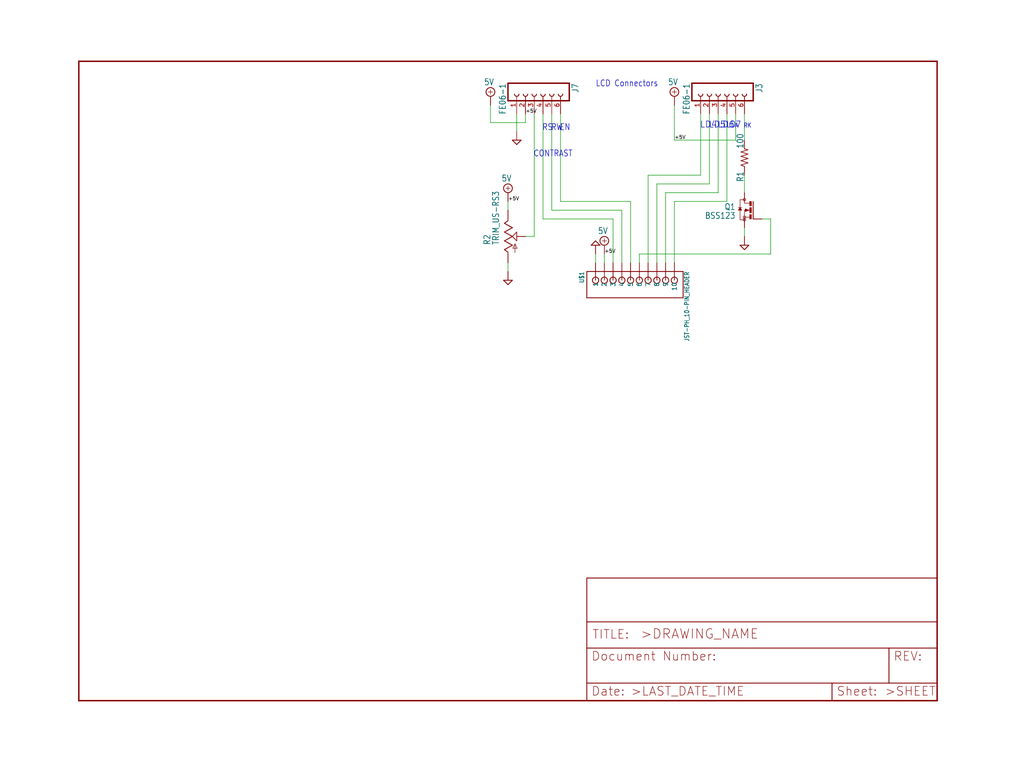
<source format=kicad_sch>
(kicad_sch (version 20211123) (generator eeschema)
  (paper "User" 297.002 223.926)
  (lib_symbols
    (symbol "weaver_LCD-eagle-import:+5V" (power)
      (property "Value" "+5V" (at -1.905 3.175 0))
      (symbol "+5V_1_0"
        (polyline (pts (xy -0.635 1.27) (xy 0.635 1.27)) (stroke (width 0.1524)))
        (polyline (pts (xy 0 0.635) (xy 0 1.905)) (stroke (width 0.1524)))
        (circle (center 0 1.27) (radius 1.27) (stroke (width 0.254)))
        (pin power_in line (at 0 -2.54 90) (length 2.54) (name "+5V") (number "1"))
      )
    )
    (symbol "weaver_LCD-eagle-import:BSS123"
      (property "Reference" "Q" (at 2.54 0 0))
      (property "Value" "BSS123" (at 2.54 -2.54 0))
      (symbol "BSS123_1_0"
        (rectangle (start -2.032 -2.54) (end -1.524 -1.27) (fill (type outline)))
        (rectangle (start -2.032 -0.762) (end -1.524 0.762) (fill (type outline)))
        (rectangle (start -2.032 1.27) (end -1.524 2.54) (fill (type outline)))
        (circle (center 0 -2.794) (radius 0.3592))
        (circle (center 0 -2.032) (radius 0.3592))
        (polyline (pts (xy -2.54 2.54) (xy -2.54 -2.54)) (stroke (width 0.254)))
        (polyline (pts (xy -1.524 -2.032) (xy 0 -2.032)) (stroke (width 0.1524)))
        (polyline (pts (xy -1.524 0) (xy -1.27 0)) (stroke (width 0.1524)))
        (polyline (pts (xy -1.524 2.032) (xy 0 2.032)) (stroke (width 0.1524)))
        (polyline (pts (xy -1.27 0) (xy -1.016 0)) (stroke (width 0.1524)))
        (polyline (pts (xy -1.27 0) (xy -0.254 0.381)) (stroke (width 0.1524)))
        (polyline (pts (xy -1.016 0) (xy -0.889 0)) (stroke (width 0.1524)))
        (polyline (pts (xy -1.016 0) (xy -0.381 -0.254)) (stroke (width 0.254)))
        (polyline (pts (xy -0.889 0) (xy 0 0)) (stroke (width 0.1524)))
        (polyline (pts (xy -0.381 -0.254) (xy -0.381 0.254)) (stroke (width 0.254)))
        (polyline (pts (xy -0.381 0.254) (xy -0.889 0)) (stroke (width 0.254)))
        (polyline (pts (xy -0.254 -0.381) (xy -1.27 0)) (stroke (width 0.1524)))
        (polyline (pts (xy -0.254 0.381) (xy -0.254 -0.381)) (stroke (width 0.1524)))
        (polyline (pts (xy 0 -2.032) (xy 0 -2.794)) (stroke (width 0.1524)))
        (polyline (pts (xy 0 0) (xy 0 -2.032)) (stroke (width 0.1524)))
        (polyline (pts (xy 0 2.032) (xy 0 2.54)) (stroke (width 0.1524)))
        (polyline (pts (xy 0 3.048) (xy 1.27 3.048)) (stroke (width 0.1524)))
        (polyline (pts (xy 0.762 0) (xy 1.27 0.762)) (stroke (width 0.1524)))
        (polyline (pts (xy 1.016 0.127) (xy 1.524 0.127)) (stroke (width 0.254)))
        (polyline (pts (xy 1.27 -2.794) (xy 0 -2.794)) (stroke (width 0.1524)))
        (polyline (pts (xy 1.27 0.508) (xy 1.016 0.127)) (stroke (width 0.254)))
        (polyline (pts (xy 1.27 0.508) (xy 1.27 -2.794)) (stroke (width 0.1524)))
        (polyline (pts (xy 1.27 0.762) (xy 1.27 0.508)) (stroke (width 0.1524)))
        (polyline (pts (xy 1.27 0.762) (xy 1.778 0)) (stroke (width 0.1524)))
        (polyline (pts (xy 1.27 3.048) (xy 1.27 0.762)) (stroke (width 0.1524)))
        (polyline (pts (xy 1.524 0.127) (xy 1.27 0.508)) (stroke (width 0.254)))
        (polyline (pts (xy 1.778 0) (xy 0.762 0)) (stroke (width 0.1524)))
        (polyline (pts (xy 1.778 0.762) (xy 0.762 0.762)) (stroke (width 0.1524)))
        (circle (center 0 3.048) (radius 0.3592))
        (pin passive line (at -5.08 -2.54 0) (length 2.54) (name "G") (number "1"))
        (pin passive line (at 0 -5.08 90) (length 2.54) (name "S") (number "2"))
        (pin passive line (at 0 5.08 270) (length 2.54) (name "D") (number "3"))
      )
    )
    (symbol "weaver_LCD-eagle-import:FE06-1"
      (property "Reference" "SV" (at -1.27 10.922 0))
      (property "Value" "FE06-1" (at -1.27 -10.16 0))
      (symbol "FE06-1_1_0"
        (polyline (pts (xy -1.27 10.16) (xy -1.27 -7.62)) (stroke (width 0.4064)))
        (polyline (pts (xy -1.27 10.16) (xy 3.81 10.16)) (stroke (width 0.4064)))
        (polyline (pts (xy 3.81 -7.62) (xy -1.27 -7.62)) (stroke (width 0.4064)))
        (polyline (pts (xy 3.81 -7.62) (xy 3.81 10.16)) (stroke (width 0.4064)))
        (arc (start 1.905 -5.715) (mid 2.54 -5.08) (end 1.905 -4.445) (stroke (width 0.254)))
        (arc (start 1.905 -3.175) (mid 2.54 -2.54) (end 1.905 -1.905) (stroke (width 0.254)))
        (arc (start 1.905 -0.635) (mid 2.54 0) (end 1.905 0.635) (stroke (width 0.254)))
        (arc (start 1.905 1.905) (mid 2.54 2.54) (end 1.905 3.175) (stroke (width 0.254)))
        (arc (start 1.905 4.445) (mid 2.54 5.08) (end 1.905 5.715) (stroke (width 0.254)))
        (arc (start 1.905 6.985) (mid 2.54 7.62) (end 1.905 8.255) (stroke (width 0.254)))
        (pin passive line (at 7.62 -5.08 180) (length 5.08) (name "1") (number "1"))
        (pin passive line (at 7.62 -2.54 180) (length 5.08) (name "2") (number "2"))
        (pin passive line (at 7.62 0 180) (length 5.08) (name "3") (number "3"))
        (pin passive line (at 7.62 2.54 180) (length 5.08) (name "4") (number "4"))
        (pin passive line (at 7.62 5.08 180) (length 5.08) (name "5") (number "5"))
        (pin passive line (at 7.62 7.62 180) (length 5.08) (name "6") (number "6"))
      )
    )
    (symbol "weaver_LCD-eagle-import:FRAME-LETTER"
      (symbol "FRAME-LETTER_1_0"
        (polyline (pts (xy 0 0) (xy 248.92 0)) (stroke (width 0.4064)))
        (polyline (pts (xy 0 185.42) (xy 0 0)) (stroke (width 0.4064)))
        (polyline (pts (xy 0 185.42) (xy 248.92 185.42)) (stroke (width 0.4064)))
        (polyline (pts (xy 248.92 185.42) (xy 248.92 0)) (stroke (width 0.4064)))
      )
      (symbol "FRAME-LETTER_2_0"
        (polyline (pts (xy 0 0) (xy 0 5.08)) (stroke (width 0.254)))
        (polyline (pts (xy 0 0) (xy 71.12 0)) (stroke (width 0.254)))
        (polyline (pts (xy 0 5.08) (xy 0 15.24)) (stroke (width 0.254)))
        (polyline (pts (xy 0 5.08) (xy 71.12 5.08)) (stroke (width 0.254)))
        (polyline (pts (xy 0 15.24) (xy 0 22.86)) (stroke (width 0.254)))
        (polyline (pts (xy 0 22.86) (xy 0 35.56)) (stroke (width 0.254)))
        (polyline (pts (xy 0 22.86) (xy 101.6 22.86)) (stroke (width 0.254)))
        (polyline (pts (xy 71.12 0) (xy 101.6 0)) (stroke (width 0.254)))
        (polyline (pts (xy 71.12 5.08) (xy 71.12 0)) (stroke (width 0.254)))
        (polyline (pts (xy 71.12 5.08) (xy 87.63 5.08)) (stroke (width 0.254)))
        (polyline (pts (xy 87.63 5.08) (xy 101.6 5.08)) (stroke (width 0.254)))
        (polyline (pts (xy 87.63 15.24) (xy 0 15.24)) (stroke (width 0.254)))
        (polyline (pts (xy 87.63 15.24) (xy 87.63 5.08)) (stroke (width 0.254)))
        (polyline (pts (xy 101.6 5.08) (xy 101.6 0)) (stroke (width 0.254)))
        (polyline (pts (xy 101.6 15.24) (xy 87.63 15.24)) (stroke (width 0.254)))
        (polyline (pts (xy 101.6 15.24) (xy 101.6 5.08)) (stroke (width 0.254)))
        (polyline (pts (xy 101.6 22.86) (xy 101.6 15.24)) (stroke (width 0.254)))
        (polyline (pts (xy 101.6 35.56) (xy 0 35.56)) (stroke (width 0.254)))
        (polyline (pts (xy 101.6 35.56) (xy 101.6 22.86)) (stroke (width 0.254)))
        (text ">DRAWING_NAME" (at 15.494 17.78 0) (effects (font (size 2.7432 2.7432)) (justify left bottom)))
        (text ">LAST_DATE_TIME" (at 12.7 1.27 0) (effects (font (size 2.54 2.54)) (justify left bottom)))
        (text ">SHEET" (at 86.36 1.27 0) (effects (font (size 2.54 2.54)) (justify left bottom)))
        (text "Date:" (at 1.27 1.27 0) (effects (font (size 2.54 2.54)) (justify left bottom)))
        (text "Document Number:" (at 1.27 11.43 0) (effects (font (size 2.54 2.54)) (justify left bottom)))
        (text "REV:" (at 88.9 11.43 0) (effects (font (size 2.54 2.54)) (justify left bottom)))
        (text "Sheet:" (at 72.39 1.27 0) (effects (font (size 2.54 2.54)) (justify left bottom)))
        (text "TITLE:" (at 1.524 17.78 0) (effects (font (size 2.54 2.54)) (justify left bottom)))
      )
    )
    (symbol "weaver_LCD-eagle-import:GND" (power)
      (property "Value" "GND" (at -1.905 -3.175 0))
      (symbol "GND_1_0"
        (polyline (pts (xy -1.27 0) (xy 1.27 0)) (stroke (width 0.254)))
        (polyline (pts (xy 0 -1.27) (xy -1.27 0)) (stroke (width 0.254)))
        (polyline (pts (xy 1.27 0) (xy 0 -1.27)) (stroke (width 0.254)))
        (pin power_in line (at 0 2.54 270) (length 2.54) (name "GND") (number "1"))
      )
    )
    (symbol "weaver_LCD-eagle-import:JST-PH_10-PIN_HEADER"
      (property "Value" "JST-PH_10-PIN_HEADER" (at -5.08 -22.098 0))
      (symbol "JST-PH_10-PIN_HEADER_1_0"
        (circle (center -2.54 -17.78) (radius 0.9158) (stroke (width 0.254)))
        (circle (center -2.54 -15.24) (radius 0.9158) (stroke (width 0.254)))
        (circle (center -2.54 -12.7) (radius 0.9158) (stroke (width 0.254)))
        (circle (center -2.54 -10.16) (radius 0.9158) (stroke (width 0.254)))
        (circle (center -2.54 -7.62) (radius 0.9158) (stroke (width 0.254)))
        (circle (center -2.54 -5.08) (radius 0.9158) (stroke (width 0.254)))
        (circle (center -2.54 -2.54) (radius 0.9158) (stroke (width 0.254)))
        (circle (center -2.54 0) (radius 0.9158) (stroke (width 0.254)))
        (circle (center -2.54 2.54) (radius 0.9158) (stroke (width 0.254)))
        (circle (center -2.54 5.08) (radius 0.9158) (stroke (width 0.254)))
        (polyline (pts (xy -5.08 -20.32) (xy -5.08 7.62)) (stroke (width 0.254)))
        (polyline (pts (xy -5.08 7.62) (xy 2.54 7.62)) (stroke (width 0.254)))
        (polyline (pts (xy 2.54 -20.32) (xy -5.08 -20.32)) (stroke (width 0.254)))
        (polyline (pts (xy 2.54 7.62) (xy 2.54 -20.32)) (stroke (width 0.254)))
        (pin bidirectional line (at -7.62 5.08 0) (length 5.08) (name "1") (number "P1"))
        (pin bidirectional line (at -7.62 -17.78 0) (length 5.08) (name "10") (number "P10"))
        (pin bidirectional line (at -7.62 2.54 0) (length 5.08) (name "2") (number "P2"))
        (pin bidirectional line (at -7.62 0 0) (length 5.08) (name "3") (number "P3"))
        (pin bidirectional line (at -7.62 -2.54 0) (length 5.08) (name "4") (number "P4"))
        (pin bidirectional line (at -7.62 -5.08 0) (length 5.08) (name "5") (number "P5"))
        (pin bidirectional line (at -7.62 -7.62 0) (length 5.08) (name "6") (number "P6"))
        (pin bidirectional line (at -7.62 -10.16 0) (length 5.08) (name "7") (number "P7"))
        (pin bidirectional line (at -7.62 -12.7 0) (length 5.08) (name "8") (number "P8"))
        (pin bidirectional line (at -7.62 -15.24 0) (length 5.08) (name "9") (number "P9"))
      )
    )
    (symbol "weaver_LCD-eagle-import:R-US_M0805"
      (property "Reference" "R" (at -3.81 1.4986 0))
      (property "Value" "R-US_M0805" (at -3.81 -3.302 0))
      (symbol "R-US_M0805_1_0"
        (polyline (pts (xy -2.54 0) (xy -2.159 1.016)) (stroke (width 0.2032)))
        (polyline (pts (xy -2.159 1.016) (xy -1.524 -1.016)) (stroke (width 0.2032)))
        (polyline (pts (xy -1.524 -1.016) (xy -0.889 1.016)) (stroke (width 0.2032)))
        (polyline (pts (xy -0.889 1.016) (xy -0.254 -1.016)) (stroke (width 0.2032)))
        (polyline (pts (xy -0.254 -1.016) (xy 0.381 1.016)) (stroke (width 0.2032)))
        (polyline (pts (xy 0.381 1.016) (xy 1.016 -1.016)) (stroke (width 0.2032)))
        (polyline (pts (xy 1.016 -1.016) (xy 1.651 1.016)) (stroke (width 0.2032)))
        (polyline (pts (xy 1.651 1.016) (xy 2.286 -1.016)) (stroke (width 0.2032)))
        (polyline (pts (xy 2.286 -1.016) (xy 2.54 0)) (stroke (width 0.2032)))
        (pin passive line (at -5.08 0 0) (length 2.54) (name "1") (number "1"))
        (pin passive line (at 5.08 0 180) (length 2.54) (name "2") (number "2"))
      )
    )
    (symbol "weaver_LCD-eagle-import:TRIM_US-RS3"
      (property "Reference" "R" (at -5.08 -2.54 90))
      (property "Value" "TRIM_US-RS3" (at -2.54 -2.54 90))
      (symbol "TRIM_US-RS3_1_0"
        (polyline (pts (xy -1.016 -3.81) (xy 1.27 -2.54)) (stroke (width 0.254)))
        (polyline (pts (xy -1.016 -1.27) (xy 1.27 0)) (stroke (width 0.254)))
        (polyline (pts (xy -1.016 1.27) (xy 1.27 2.54)) (stroke (width 0.254)))
        (polyline (pts (xy -1.016 3.81) (xy 0 4.572)) (stroke (width 0.254)))
        (polyline (pts (xy 0 -5.08) (xy 0 -4.572)) (stroke (width 0.1524)))
        (polyline (pts (xy 0 -4.572) (xy -1.016 -3.81)) (stroke (width 0.254)))
        (polyline (pts (xy 0 4.572) (xy 0 5.08)) (stroke (width 0.1524)))
        (polyline (pts (xy 1.27 -2.54) (xy -1.016 -1.27)) (stroke (width 0.254)))
        (polyline (pts (xy 1.27 0) (xy -1.016 1.27)) (stroke (width 0.254)))
        (polyline (pts (xy 1.27 0) (xy 2.54 1.27)) (stroke (width 0.2032)))
        (polyline (pts (xy 1.27 2.54) (xy -1.016 3.81)) (stroke (width 0.254)))
        (polyline (pts (xy 1.397 -3.429) (xy 2.032 -2.159)) (stroke (width 0.1524)))
        (polyline (pts (xy 2.032 -4.699) (xy 2.032 -2.159)) (stroke (width 0.1524)))
        (polyline (pts (xy 2.032 -2.159) (xy 2.667 -3.429)) (stroke (width 0.1524)))
        (polyline (pts (xy 2.54 -1.27) (xy 1.27 0)) (stroke (width 0.2032)))
        (polyline (pts (xy 2.54 1.27) (xy 2.54 -1.27)) (stroke (width 0.2032)))
        (polyline (pts (xy 2.667 -3.429) (xy 1.397 -3.429)) (stroke (width 0.1524)))
        (pin passive line (at 0 -7.62 90) (length 2.54) (name "A") (number "A"))
        (pin passive line (at 0 7.62 270) (length 2.54) (name "E") (number "E"))
        (pin passive line (at 5.08 0 180) (length 2.54) (name "S") (number "S"))
      )
    )
  )
  (wire (pts (xy 208.28 55.88) (xy 193.04 55.88)))
  (wire (pts (xy 154.94 68.58) (xy 154.94 33.02)))
  (wire (pts (xy 162.56 58.42) (xy 162.56 33.02)))
  (wire (pts (xy 152.4 35.56) (xy 142.24 35.56)))
  (wire (pts (xy 157.48 63.5) (xy 177.8 63.5)))
  (wire (pts (xy 190.5 53.34) (xy 190.5 76.2)))
  (wire (pts (xy 187.96 50.8) (xy 187.96 76.2)))
  (wire (pts (xy 195.58 40.64) (xy 213.36 40.64)))
  (wire (pts (xy 175.26 73.66) (xy 175.26 76.2)))
  (wire (pts (xy 172.72 73.66) (xy 172.72 76.2)))
  (wire (pts (xy 215.9 66.04) (xy 215.9 68.58)))
  (wire (pts (xy 147.32 58.42) (xy 147.32 60.96)))
  (wire (pts (xy 215.9 33.02) (xy 215.9 40.64)))
  (wire (pts (xy 142.24 35.56) (xy 142.24 30.48)))
  (wire (pts (xy 195.58 40.64) (xy 195.58 30.48)))
  (wire (pts (xy 210.82 58.42) (xy 195.58 58.42)))
  (wire (pts (xy 195.58 58.42) (xy 195.58 76.2)))
  (wire (pts (xy 160.02 33.02) (xy 160.02 60.96)))
  (wire (pts (xy 203.2 50.8) (xy 187.96 50.8)))
  (wire (pts (xy 152.4 33.02) (xy 152.4 35.56)))
  (wire (pts (xy 149.86 33.02) (xy 149.86 38.1)))
  (wire (pts (xy 180.34 60.96) (xy 180.34 76.2)))
  (wire (pts (xy 160.02 60.96) (xy 180.34 60.96)))
  (wire (pts (xy 215.9 50.8) (xy 215.9 55.88)))
  (wire (pts (xy 203.2 33.02) (xy 203.2 50.8)))
  (wire (pts (xy 154.94 68.58) (xy 152.4 68.58)))
  (wire (pts (xy 208.28 33.02) (xy 208.28 55.88)))
  (wire (pts (xy 185.42 73.66) (xy 185.42 76.2)))
  (wire (pts (xy 193.04 55.88) (xy 193.04 76.2)))
  (wire (pts (xy 213.36 40.64) (xy 213.36 33.02)))
  (wire (pts (xy 162.56 58.42) (xy 182.88 58.42)))
  (wire (pts (xy 205.74 53.34) (xy 190.5 53.34)))
  (wire (pts (xy 177.8 63.5) (xy 177.8 76.2)))
  (wire (pts (xy 210.82 33.02) (xy 210.82 58.42)))
  (wire (pts (xy 223.52 63.5) (xy 223.52 73.66)))
  (wire (pts (xy 157.48 63.5) (xy 157.48 33.02)))
  (wire (pts (xy 223.52 73.66) (xy 185.42 73.66)))
  (wire (pts (xy 147.32 76.2) (xy 147.32 78.74)))
  (wire (pts (xy 182.88 58.42) (xy 182.88 76.2)))
  (wire (pts (xy 205.74 33.02) (xy 205.74 53.34)))
  (wire (pts (xy 220.98 63.5) (xy 223.52 63.5)))
  (text "A" (at 213.106 37.338 180) (effects (font (size 1.27 1.0795)) (justify left bottom)))
  (text "LD7" (at 210.566 37.338 180) (effects (font (size 1.778 1.5113)) (justify left bottom)))
  (text "LD6" (at 208.026 37.338 180) (effects (font (size 1.778 1.778)) (justify left bottom)))
  (text "EN" (at 162.306 38.1 180) (effects (font (size 1.778 1.5113)) (justify left bottom)))
  (text "LD4" (at 202.946 37.338 180) (effects (font (size 1.778 1.778)) (justify left bottom)))
  (text "RK" (at 215.646 37.338 180) (effects (font (size 1.27 1.0795)) (justify left bottom)))
  (text "LD5" (at 205.486 37.338 180) (effects (font (size 1.778 1.778)) (justify left bottom)))
  (text "LCD Connectors" (at 172.72 25.4 180) (effects (font (size 1.778 1.5113)) (justify left bottom)))
  (text "CONTRAST" (at 154.686 45.72 180) (effects (font (size 1.778 1.5113)) (justify left bottom)))
  (text "RW" (at 159.766 38.1 180) (effects (font (size 1.778 1.5113)) (justify left bottom)))
  (text "RS" (at 157.226 38.1 180) (effects (font (size 1.778 1.5113)) (justify left bottom)))
  (label "+5V" (at 175.26 73.66 0) (effects (font (size 1.016 1.016))))
  (label "+5V" (at 147.32 58.42 0) (effects (font (size 1.016 1.016))))
  (label "+5V" (at 152.4 33.02 0) (effects (font (size 1.016 1.016))))
  (label "+5V" (at 195.58 40.64 0) (effects (font (size 1.016 1.016))))
  (symbol (lib_id "weaver_LCD-eagle-import:TRIM_US-RS3") (at 147.32 68.58 0) (unit 1)
    (property "Reference" "R2" (at 142.24 71.12 90) (effects (font (size 1.778 1.5113)) (justify left bottom)))
    (property "Value" "TRIM_US-RS3" (at 144.78 71.12 90) (effects (font (size 1.778 1.5113)) (justify left bottom)))
    (property "Footprint" "weaver_LCD:RS3" (effects hide))
  )
  (symbol (lib_id "weaver_LCD-eagle-import:FE06-1") (at 154.94 25.4 270) (unit 1)
    (property "Reference" "J7" (at 165.862 24.13 0) (effects (font (size 1.778 1.5113)) (justify left bottom)))
    (property "Value" "FE06-1" (at 144.78 24.13 0) (effects (font (size 1.778 1.5113)) (justify left bottom)))
    (property "Footprint" "weaver_LCD:FE06" (effects hide))
  )
  (symbol (lib_id "weaver_LCD-eagle-import:+5V") (at 147.32 55.88 0) (unit 1)
    (property "Reference" "#SUPPLY2" (effects hide))
    (property "Value" "5V" (at 145.415 52.705 0) (effects (font (size 1.778 1.5113)) (justify left bottom)))
    (property "Footprint" "weaver_LCD:" (effects hide))
  )
  (symbol (lib_id "weaver_LCD-eagle-import:BSS123") (at 215.9 60.96 0) (mirror y) (unit 1)
    (property "Reference" "Q1" (at 213.36 60.96 0) (effects (font (size 1.778 1.5113)) (justify left bottom)))
    (property "Value" "BSS123" (at 213.36 63.5 0) (effects (font (size 1.778 1.5113)) (justify left bottom)))
    (property "Footprint" "weaver_LCD:SOT23" (effects hide))
  )
  (symbol (lib_id "weaver_LCD-eagle-import:FE06-1") (at 208.28 25.4 270) (unit 1)
    (property "Reference" "J3" (at 219.202 24.13 0) (effects (font (size 1.778 1.5113)) (justify left bottom)))
    (property "Value" "FE06-1" (at 198.12 24.13 0) (effects (font (size 1.778 1.5113)) (justify left bottom)))
    (property "Footprint" "weaver_LCD:FE06" (effects hide))
  )
  (symbol (lib_id "weaver_LCD-eagle-import:GND") (at 149.86 40.64 0) (unit 1)
    (property "Reference" "#SUPPLY9" (effects hide))
    (property "Value" "GND" (effects hide))
    (property "Footprint" "weaver_LCD:" (effects hide))
  )
  (symbol (lib_id "weaver_LCD-eagle-import:FRAME-LETTER") (at 170.18 203.2 0) (unit 2)
    (property "Reference" "#FRAME1" (effects hide))
    (property "Value" "FRAME-LETTER" (effects hide))
    (property "Footprint" "weaver_LCD:" (effects hide))
  )
  (symbol (lib_id "weaver_LCD-eagle-import:+5V") (at 175.26 71.12 0) (unit 1)
    (property "Reference" "#SUPPLY4" (effects hide))
    (property "Value" "5V" (at 173.355 67.945 0) (effects (font (size 1.778 1.5113)) (justify left bottom)))
    (property "Footprint" "weaver_LCD:" (effects hide))
  )
  (symbol (lib_id "weaver_LCD-eagle-import:FRAME-LETTER") (at 22.86 203.2 0) (unit 1)
    (property "Reference" "#FRAME1" (effects hide))
    (property "Value" "FRAME-LETTER" (effects hide))
    (property "Footprint" "weaver_LCD:" (effects hide))
  )
  (symbol (lib_id "weaver_LCD-eagle-import:R-US_M0805") (at 215.9 45.72 90) (unit 1)
    (property "Reference" "R1" (at 215.6714 52.832 0) (effects (font (size 1.778 1.5113)) (justify left bottom)))
    (property "Value" "100" (at 215.646 43.18 0) (effects (font (size 1.778 1.5113)) (justify left bottom)))
    (property "Footprint" "weaver_LCD:M0805" (effects hide))
  )
  (symbol (lib_id "weaver_LCD-eagle-import:GND") (at 172.72 71.12 180) (unit 1)
    (property "Reference" "#SUPPLY5" (effects hide))
    (property "Value" "GND" (effects hide))
    (property "Footprint" "weaver_LCD:" (effects hide))
  )
  (symbol (lib_id "weaver_LCD-eagle-import:GND") (at 147.32 81.28 0) (unit 1)
    (property "Reference" "#SUPPLY3" (effects hide))
    (property "Value" "GND" (effects hide))
    (property "Footprint" "weaver_LCD:" (effects hide))
  )
  (symbol (lib_id "weaver_LCD-eagle-import:+5V") (at 142.24 27.94 0) (unit 1)
    (property "Reference" "#SUPPLY10" (effects hide))
    (property "Value" "5V" (at 140.335 24.765 0) (effects (font (size 1.778 1.5113)) (justify left bottom)))
    (property "Footprint" "weaver_LCD:" (effects hide))
  )
  (symbol (lib_id "weaver_LCD-eagle-import:+5V") (at 195.58 27.94 0) (unit 1)
    (property "Reference" "#SUPPLY17" (effects hide))
    (property "Value" "5V" (at 193.675 24.765 0) (effects (font (size 1.778 1.5113)) (justify left bottom)))
    (property "Footprint" "weaver_LCD:" (effects hide))
  )
  (symbol (lib_id "weaver_LCD-eagle-import:JST-PH_10-PIN_HEADER") (at 177.8 83.82 90) (mirror x) (unit 1)
    (property "Reference" "U$1" (at 169.418 78.74 0) (effects (font (size 1.27 1.0795)) (justify left bottom)))
    (property "Value" "JST-PH_10-PIN_HEADER" (at 199.898 78.74 0) (effects (font (size 1.27 1.0795)) (justify left bottom)))
    (property "Footprint" "weaver_LCD:JST_B10B-PH_HEADER" (effects hide))
  )
  (symbol (lib_id "weaver_LCD-eagle-import:GND") (at 215.9 71.12 0) (unit 1)
    (property "Reference" "#SUPPLY1" (effects hide))
    (property "Value" "GND" (effects hide))
    (property "Footprint" "weaver_LCD:" (effects hide))
  )
)
</source>
